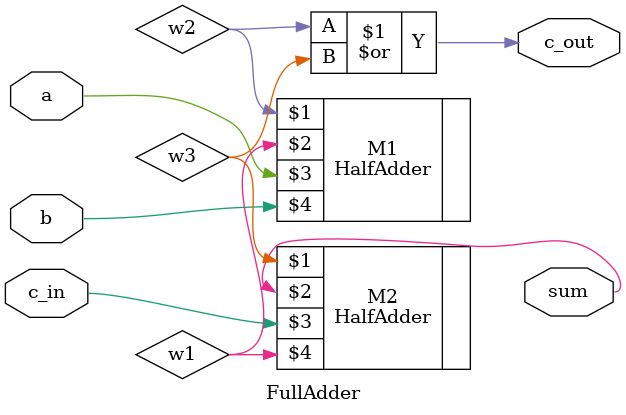
<source format=v>
module FullAdder(output c_out, sum, input a, b, c_in);
wire 		w1, w2, w3;
HalfAdder 	M1(w2, w1, a, b);
HalfAdder 	M2(w3,sum, c_in, w1);
or 		M3(c_out, w2, w3);
endmodule

</source>
